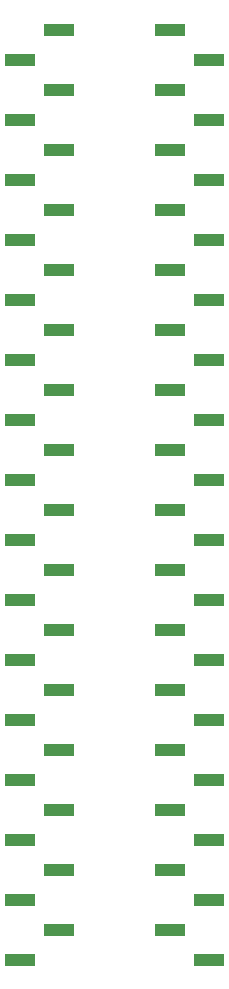
<source format=gbp>
G04 #@! TF.GenerationSoftware,KiCad,Pcbnew,9.0.6*
G04 #@! TF.CreationDate,2026-01-07T14:27:30-06:00*
G04 #@! TF.ProjectId,QFN-60_7x7_P0.4,51464e2d-3630-45f3-9778-375f50302e34,rev?*
G04 #@! TF.SameCoordinates,Original*
G04 #@! TF.FileFunction,Paste,Bot*
G04 #@! TF.FilePolarity,Positive*
%FSLAX46Y46*%
G04 Gerber Fmt 4.6, Leading zero omitted, Abs format (unit mm)*
G04 Created by KiCad (PCBNEW 9.0.6) date 2026-01-07 14:27:30*
%MOMM*%
%LPD*%
G01*
G04 APERTURE LIST*
%ADD10R,2.510000X1.000000*%
G04 APERTURE END LIST*
D10*
X133735000Y-81407000D03*
X130425000Y-83947000D03*
X133735000Y-86487000D03*
X130425000Y-89027000D03*
X133735000Y-91567000D03*
X130425000Y-94107000D03*
X133735000Y-96647000D03*
X130425000Y-99187000D03*
X133735000Y-101727000D03*
X130425000Y-104267000D03*
X133735000Y-106807000D03*
X130425000Y-109347000D03*
X133735000Y-111887000D03*
X130425000Y-114427000D03*
X133735000Y-116967000D03*
X130425000Y-119507000D03*
X133735000Y-122047000D03*
X130425000Y-124587000D03*
X133735000Y-127127000D03*
X130425000Y-129667000D03*
X133735000Y-132207000D03*
X130425000Y-134747000D03*
X133735000Y-137287000D03*
X130425000Y-139827000D03*
X133735000Y-142367000D03*
X130425000Y-144907000D03*
X133735000Y-147447000D03*
X130425000Y-149987000D03*
X133735000Y-152527000D03*
X130425000Y-155067000D03*
X133735000Y-157607000D03*
X130425000Y-160147000D03*
X143125000Y-81407000D03*
X146435000Y-83947000D03*
X143125000Y-86487000D03*
X146435000Y-89027000D03*
X143125000Y-91567000D03*
X146435000Y-94107000D03*
X143125000Y-96647000D03*
X146435000Y-99187000D03*
X143125000Y-101727000D03*
X146435000Y-104267000D03*
X143125000Y-106807000D03*
X146435000Y-109347000D03*
X143125000Y-111887000D03*
X146435000Y-114427000D03*
X143125000Y-116967000D03*
X146435000Y-119507000D03*
X143125000Y-122047000D03*
X146435000Y-124587000D03*
X143125000Y-127127000D03*
X146435000Y-129667000D03*
X143125000Y-132207000D03*
X146435000Y-134747000D03*
X143125000Y-137287000D03*
X146435000Y-139827000D03*
X143125000Y-142367000D03*
X146435000Y-144907000D03*
X143125000Y-147447000D03*
X146435000Y-149987000D03*
X143125000Y-152527000D03*
X146435000Y-155067000D03*
X143125000Y-157607000D03*
X146435000Y-160147000D03*
M02*

</source>
